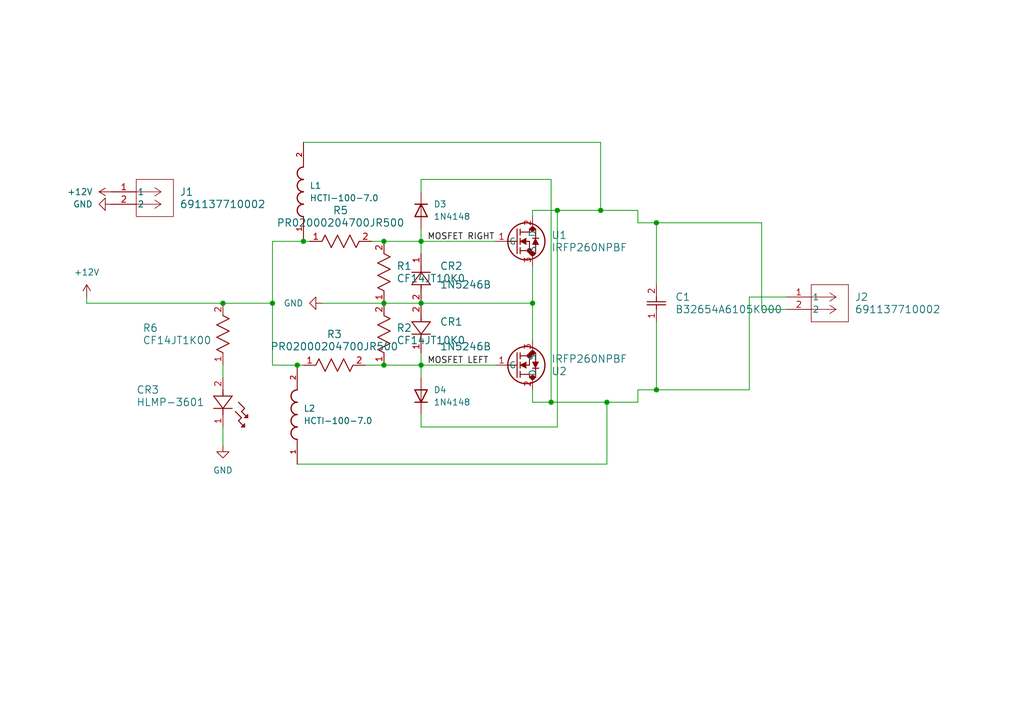
<source format=kicad_sch>
(kicad_sch (version 20230121) (generator eeschema)
  (paper "A5")
  (title_block (title "ZVS-Schematic") (comment 1 "A ZVS Driver - Schematic"))
  (lib_symbols
    (symbol "1N5246B:1N5246B" (pin_names (offset 0.254))
      (property "Reference" "CR" (at 5.08 4.445 0))
      (property "Value" "1N5246B" (at 5.08 -3.81 0))
      (symbol "1N5246B_1_1"
        (polyline (pts (xy 2.54 0) (xy 3.4798 0)) (stroke (width 0.2032)))
        (polyline (pts (xy 3.175 0) (xy 3.81 0)) (stroke (width 0.2032)))
        (polyline (pts (xy 3.81 -1.905) (xy 6.35 0)) (stroke (width 0.2032)))
        (polyline (pts (xy 3.81 1.905) (xy 3.81 -1.905)) (stroke (width 0.2032)))
        (polyline (pts (xy 6.35 -1.905) (xy 6.35 1.905)) (stroke (width 0.2032)))
        (polyline (pts (xy 6.35 0) (xy 3.81 1.905)) (stroke (width 0.2032)))
        (polyline (pts (xy 6.35 0) (xy 7.62 0)) (stroke (width 0.2032)))
        (pin unspecified line (at 10.16 0 180) (length 2.54) (name "") (number "1"))
        (pin unspecified line (at 0 0 0) (length 2.54) (name "") (number "2"))
      )
      (symbol "1N5246B_1_2"
        (polyline (pts (xy -1.905 3.81) (xy 1.905 3.81)) (stroke (width 0.2032)))
        (polyline (pts (xy 0 2.54) (xy 0 3.4798)) (stroke (width 0.2032)))
        (polyline (pts (xy 0 3.175) (xy 0 3.81)) (stroke (width 0.2032)))
        (polyline (pts (xy 0 6.35) (xy -1.905 3.81)) (stroke (width 0.2032)))
        (polyline (pts (xy 0 6.35) (xy 0 7.62)) (stroke (width 0.2032)))
        (polyline (pts (xy 1.905 3.81) (xy 0 6.35)) (stroke (width 0.2032)))
        (polyline (pts (xy 1.905 6.35) (xy -1.905 6.35)) (stroke (width 0.2032)))
        (pin unspecified line (at 0 10.16 270) (length 2.54) (name "") (number "1"))
        (pin unspecified line (at 0 0 90) (length 2.54) (name "") (number "2"))
      )
    )
    (symbol "691137710002:691137710002" (pin_names (offset 0.254))
      (property "Reference" "J" (at 8.89 6.35 0))
      (property "Value" "691137710002" (at 0 0 0))
      (symbol "691137710002_0_1"
        (polyline (pts (xy 5.08 -5.08) (xy 12.7 -5.08)) (stroke (width 0.127)))
        (polyline (pts (xy 5.08 2.54) (xy 5.08 -5.08)) (stroke (width 0.127)))
        (polyline (pts (xy 10.16 -2.54) (xy 5.08 -2.54)) (stroke (width 0.127)))
        (polyline (pts (xy 10.16 -2.54) (xy 8.89 -3.3867)) (stroke (width 0.127)))
        (polyline (pts (xy 10.16 -2.54) (xy 8.89 -1.6933)) (stroke (width 0.127)))
        (polyline (pts (xy 10.16 0) (xy 5.08 0)) (stroke (width 0.127)))
        (polyline (pts (xy 10.16 0) (xy 8.89 -0.8467)) (stroke (width 0.127)))
        (polyline (pts (xy 10.16 0) (xy 8.89 0.8467)) (stroke (width 0.127)))
        (polyline (pts (xy 12.7 -5.08) (xy 12.7 2.54)) (stroke (width 0.127)))
        (polyline (pts (xy 12.7 2.54) (xy 5.08 2.54)) (stroke (width 0.127)))
        (pin unspecified line (at 0 0 0) (length 5.08) (name "1") (number "1"))
        (pin unspecified line (at 0 -2.54 0) (length 5.08) (name "2") (number "2"))
      )
    )
    (symbol "B32654A6105K000:B32654A6105K000" (pin_names (offset 0.254))
      (property "Reference" "C" (at 3.81 3.81 0))
      (property "Value" "B32654A6105K000" (at 3.81 -3.81 0))
      (symbol "B32654A6105K000_1_1"
        (polyline (pts (xy 2.54 0) (xy 3.4798 0)) (stroke (width 0.2032)))
        (polyline (pts (xy 3.4798 -1.905) (xy 3.4798 1.905)) (stroke (width 0.2032)))
        (polyline (pts (xy 4.1148 -1.905) (xy 4.1148 1.905)) (stroke (width 0.2032)))
        (polyline (pts (xy 4.1148 0) (xy 5.08 0)) (stroke (width 0.2032)))
        (pin unspecified line (at 0 0 0) (length 2.54) (name "") (number "1"))
        (pin unspecified line (at 7.62 0 180) (length 2.54) (name "") (number "2"))
      )
      (symbol "B32654A6105K000_1_2"
        (polyline (pts (xy -1.905 -4.1148) (xy 1.905 -4.1148)) (stroke (width 0.2032)))
        (polyline (pts (xy -1.905 -3.4798) (xy 1.905 -3.4798)) (stroke (width 0.2032)))
        (polyline (pts (xy 0 -4.1148) (xy 0 -5.08)) (stroke (width 0.2032)))
        (polyline (pts (xy 0 -2.54) (xy 0 -3.4798)) (stroke (width 0.2032)))
        (pin unspecified line (at 0 0 270) (length 2.54) (name "") (number "1"))
        (pin unspecified line (at 0 -7.62 90) (length 2.54) (name "") (number "2"))
      )
    )
    (symbol "CF14JT10K0:CF14JT10K0" (pin_names (offset 0.254))
      (property "Reference" "R" (at 5.715 3.81 0))
      (property "Value" "CF14JT10K0" (at 6.35 -3.81 0))
      (symbol "CF14JT10K0_1_1"
        (polyline (pts (xy 2.54 0) (xy 3.175 1.27)) (stroke (width 0.2032)))
        (polyline (pts (xy 3.175 1.27) (xy 4.445 -1.27)) (stroke (width 0.2032)))
        (polyline (pts (xy 4.445 -1.27) (xy 5.715 1.27)) (stroke (width 0.2032)))
        (polyline (pts (xy 5.715 1.27) (xy 6.985 -1.27)) (stroke (width 0.2032)))
        (polyline (pts (xy 6.985 -1.27) (xy 8.255 1.27)) (stroke (width 0.2032)))
        (polyline (pts (xy 8.255 1.27) (xy 9.525 -1.27)) (stroke (width 0.2032)))
        (polyline (pts (xy 9.525 -1.27) (xy 10.16 0)) (stroke (width 0.2032)))
        (pin unspecified line (at 0 0 0) (length 2.54) (name "") (number "1"))
        (pin unspecified line (at 12.7 0 180) (length 2.54) (name "") (number "2"))
      )
      (symbol "CF14JT10K0_1_2"
        (polyline (pts (xy -1.27 3.175) (xy 1.27 4.445)) (stroke (width 0.2032)))
        (polyline (pts (xy -1.27 5.715) (xy 1.27 6.985)) (stroke (width 0.2032)))
        (polyline (pts (xy -1.27 8.255) (xy 1.27 9.525)) (stroke (width 0.2032)))
        (polyline (pts (xy 0 2.54) (xy -1.27 3.175)) (stroke (width 0.2032)))
        (polyline (pts (xy 1.27 4.445) (xy -1.27 5.715)) (stroke (width 0.2032)))
        (polyline (pts (xy 1.27 6.985) (xy -1.27 8.255)) (stroke (width 0.2032)))
        (polyline (pts (xy 1.27 9.525) (xy 0 10.16)) (stroke (width 0.2032)))
        (pin unspecified line (at 0 12.7 270) (length 2.54) (name "") (number "1"))
        (pin unspecified line (at 0 0 90) (length 2.54) (name "") (number "2"))
      )
    )
    (symbol "CF14JT1K00:CF14JT1K00" (pin_names (offset 0.254))
      (property "Reference" "R" (at 5.715 3.81 0))
      (property "Value" "CF14JT1K00" (at 6.35 -3.81 0))
      (symbol "CF14JT1K00_1_1"
        (polyline (pts (xy 2.54 0) (xy 3.175 1.27)) (stroke (width 0.2032)))
        (polyline (pts (xy 3.175 1.27) (xy 4.445 -1.27)) (stroke (width 0.2032)))
        (polyline (pts (xy 4.445 -1.27) (xy 5.715 1.27)) (stroke (width 0.2032)))
        (polyline (pts (xy 5.715 1.27) (xy 6.985 -1.27)) (stroke (width 0.2032)))
        (polyline (pts (xy 6.985 -1.27) (xy 8.255 1.27)) (stroke (width 0.2032)))
        (polyline (pts (xy 8.255 1.27) (xy 9.525 -1.27)) (stroke (width 0.2032)))
        (polyline (pts (xy 9.525 -1.27) (xy 10.16 0)) (stroke (width 0.2032)))
        (pin unspecified line (at 0 0 0) (length 2.54) (name "") (number "1"))
        (pin unspecified line (at 12.7 0 180) (length 2.54) (name "") (number "2"))
      )
      (symbol "CF14JT1K00_1_2"
        (polyline (pts (xy -1.27 3.175) (xy 1.27 4.445)) (stroke (width 0.2032)))
        (polyline (pts (xy -1.27 5.715) (xy 1.27 6.985)) (stroke (width 0.2032)))
        (polyline (pts (xy -1.27 8.255) (xy 1.27 9.525)) (stroke (width 0.2032)))
        (polyline (pts (xy 0 2.54) (xy -1.27 3.175)) (stroke (width 0.2032)))
        (polyline (pts (xy 1.27 4.445) (xy -1.27 5.715)) (stroke (width 0.2032)))
        (polyline (pts (xy 1.27 6.985) (xy -1.27 8.255)) (stroke (width 0.2032)))
        (polyline (pts (xy 1.27 9.525) (xy 0 10.16)) (stroke (width 0.2032)))
        (pin unspecified line (at 0 12.7 270) (length 2.54) (name "") (number "1"))
        (pin unspecified line (at 0 0 90) (length 2.54) (name "") (number "2"))
      )
    )
    (symbol "Diode:1N4148" (pin_numbers hide) (pin_names hide)
      (property "Reference" "D" (at 0 2.54 0))
      (property "Value" "1N4148" (at 0 -2.54 0))
      (symbol "1N4148_0_1"
        (polyline (pts (xy -1.27 1.27) (xy -1.27 -1.27)) (stroke (width 0.254)))
        (polyline (pts (xy 1.27 0) (xy -1.27 0)))
        (polyline (pts (xy 1.27 1.27) (xy 1.27 -1.27) (xy -1.27 0) (xy 1.27 1.27)) (stroke (width 0.254)))
      )
      (symbol "1N4148_1_1"
        (pin passive line (at -3.81 0 0) (length 2.54) (name "K") (number "1"))
        (pin passive line (at 3.81 0 180) (length 2.54) (name "A") (number "2"))
      )
    )
    (symbol "HCTI-100-7.0:HCTI-100-7.0" (pin_names (offset 1.016))
      (property "Reference" "L" (at -5.08 5.08 0))
      (property "Value" "HCTI-100-7.0" (at -5.08 2.54 0))
      (symbol "HCTI-100-7.0_0_0"
        (arc (start -2.54 0) (mid -3.81 1.2645) (end -5.08 0) (stroke (width 0.254)))
        (arc (start 0 0) (mid -1.27 1.2645) (end -2.54 0) (stroke (width 0.254)))
        (arc (start 2.54 0) (mid 1.27 1.2645) (end 0 0) (stroke (width 0.254)))
        (arc (start 5.08 0) (mid 3.81 1.2645) (end 2.54 0) (stroke (width 0.254)))
        (pin passive line (at -10.16 0 0) (length 5.08) (name "~") (number "1"))
        (pin passive line (at 10.16 0 180) (length 5.08) (name "~") (number "2"))
      )
    )
    (symbol "HLMP-3601:HLMP-3601" (pin_names (offset 0.254))
      (property "Reference" "CR" (at 5.08 -4.445 0))
      (property "Value" "HLMP-3601" (at 5.08 -7.62 0))
      (symbol "HLMP-3601_1_1"
        (polyline (pts (xy 2.54 0) (xy 3.4798 0)) (stroke (width 0.2032)))
        (polyline (pts (xy 3.175 0) (xy 3.81 0)) (stroke (width 0.2032)))
        (polyline (pts (xy 3.81 -1.905) (xy 6.35 0)) (stroke (width 0.2032)))
        (polyline (pts (xy 3.81 1.905) (xy 3.81 -1.905)) (stroke (width 0.2032)))
        (polyline (pts (xy 5.08 3.175) (xy 6.35 4.445)) (stroke (width 0.2032)))
        (polyline (pts (xy 6.35 -1.905) (xy 6.35 1.905)) (stroke (width 0.2032)))
        (polyline (pts (xy 6.35 0) (xy 3.81 1.905)) (stroke (width 0.2032)))
        (polyline (pts (xy 6.35 0) (xy 7.62 0)) (stroke (width 0.2032)))
        (polyline (pts (xy 6.35 4.445) (xy 6.985 3.81)) (stroke (width 0.2032)))
        (polyline (pts (xy 6.985 2.54) (xy 8.255 3.81)) (stroke (width 0.2032)))
        (polyline (pts (xy 6.985 3.81) (xy 8.255 5.08)) (stroke (width 0.2032)))
        (polyline (pts (xy 7.62 5.08) (xy 8.255 4.445)) (stroke (width 0.2032)))
        (polyline (pts (xy 8.255 3.81) (xy 8.89 3.175)) (stroke (width 0.2032)))
        (polyline (pts (xy 8.255 4.445) (xy 8.255 5.08)) (stroke (width 0.2032)))
        (polyline (pts (xy 8.255 5.08) (xy 7.62 5.08)) (stroke (width 0.2032)))
        (polyline (pts (xy 8.89 3.175) (xy 10.16 4.445)) (stroke (width 0.2032)))
        (polyline (pts (xy 9.525 4.445) (xy 10.16 3.81)) (stroke (width 0.2032)))
        (polyline (pts (xy 10.16 3.81) (xy 10.16 4.445)) (stroke (width 0.2032)))
        (polyline (pts (xy 10.16 4.445) (xy 9.525 4.445)) (stroke (width 0.2032)))
        (pin unspecified line (at 10.16 0 180) (length 2.54) (name "") (number "1"))
        (pin unspecified line (at 0 0 0) (length 2.54) (name "") (number "2"))
      )
      (symbol "HLMP-3601_1_2"
        (polyline (pts (xy -5.08 7.62) (xy -4.445 8.255)) (stroke (width 0.2032)))
        (polyline (pts (xy -5.08 8.255) (xy -5.08 7.62)) (stroke (width 0.2032)))
        (polyline (pts (xy -4.445 6.35) (xy -3.81 6.985)) (stroke (width 0.2032)))
        (polyline (pts (xy -4.445 8.255) (xy -5.08 8.255)) (stroke (width 0.2032)))
        (polyline (pts (xy -4.445 9.525) (xy -3.81 10.16)) (stroke (width 0.2032)))
        (polyline (pts (xy -4.445 10.16) (xy -4.445 9.525)) (stroke (width 0.2032)))
        (polyline (pts (xy -3.81 6.985) (xy -5.08 8.255)) (stroke (width 0.2032)))
        (polyline (pts (xy -3.81 8.255) (xy -3.175 8.89)) (stroke (width 0.2032)))
        (polyline (pts (xy -3.81 10.16) (xy -4.445 10.16)) (stroke (width 0.2032)))
        (polyline (pts (xy -3.175 5.08) (xy -4.445 6.35)) (stroke (width 0.2032)))
        (polyline (pts (xy -3.175 8.89) (xy -4.445 10.16)) (stroke (width 0.2032)))
        (polyline (pts (xy -2.54 6.985) (xy -3.81 8.255)) (stroke (width 0.2032)))
        (polyline (pts (xy -1.905 3.81) (xy 1.905 3.81)) (stroke (width 0.2032)))
        (polyline (pts (xy 0 2.54) (xy 0 3.4798)) (stroke (width 0.2032)))
        (polyline (pts (xy 0 3.175) (xy 0 3.81)) (stroke (width 0.2032)))
        (polyline (pts (xy 0 6.35) (xy -1.905 3.81)) (stroke (width 0.2032)))
        (polyline (pts (xy 0 6.35) (xy 0 7.62)) (stroke (width 0.2032)))
        (polyline (pts (xy 1.905 3.81) (xy 0 6.35)) (stroke (width 0.2032)))
        (polyline (pts (xy 1.905 6.35) (xy -1.905 6.35)) (stroke (width 0.2032)))
        (pin unspecified line (at 0 10.16 270) (length 2.54) (name "") (number "1"))
        (pin unspecified line (at 0 0 90) (length 2.54) (name "") (number "2"))
      )
    )
    (symbol "IRFP260NPBF:IRFP260NPBF" (pin_names (offset 0.254))
      (property "Reference" "U" (at 11.43 1.905 0))
      (property "Value" "IRFP260NPBF" (at 11.43 -2.54 0))
      (symbol "IRFP260NPBF_0_1"
        (polyline (pts (xy 2.54 0) (xy 4.445 0)) (stroke (width 0.2032)))
        (polyline (pts (xy 4.445 -2.54) (xy 4.445 2.54)) (stroke (width 0.2032)))
        (polyline (pts (xy 5.08 -2.54) (xy 5.08 -1.27)) (stroke (width 0.2032)))
        (polyline (pts (xy 5.08 -1.905) (xy 6.985 -1.905)) (stroke (width 0.2032)))
        (polyline (pts (xy 5.08 -0.635) (xy 5.08 0.635)) (stroke (width 0.2032)))
        (polyline (pts (xy 5.08 1.27) (xy 5.08 2.54)) (stroke (width 0.2032)))
        (polyline (pts (xy 5.08 1.905) (xy 6.985 1.905)) (stroke (width 0.2032)))
        (polyline (pts (xy 6.35 0) (xy 6.985 0)) (stroke (width 0.2032)))
        (polyline (pts (xy 6.985 -2.54) (xy 6.985 0)) (stroke (width 0.2032)))
        (polyline (pts (xy 6.985 -2.54) (xy 8.255 -2.54)) (stroke (width 0.2032)))
        (polyline (pts (xy 6.985 1.905) (xy 6.985 2.54)) (stroke (width 0.2032)))
        (polyline (pts (xy 6.985 2.54) (xy 8.255 2.54)) (stroke (width 0.2032)))
        (polyline (pts (xy 8.255 -2.54) (xy 8.255 -0.635)) (stroke (width 0.2032)))
        (polyline (pts (xy 8.255 0.635) (xy 8.255 2.54)) (stroke (width 0.2032)))
        (polyline (pts (xy 8.89 0.635) (xy 7.62 0.635)) (stroke (width 0.2032)))
        (polyline (pts (xy 6.35 0.635) (xy 5.08 0) (xy 6.35 -0.635)) (fill (type outline)))
        (polyline (pts (xy 8.89 -0.635) (xy 7.62 -0.635) (xy 8.255 0.635)) (fill (type outline)))
        (circle (center 6.35 0) (radius 3.81) (stroke (width 0.254)))
        (circle (center 6.985 -1.905) (radius 0.0254) (stroke (width 0.508)))
        (circle (center 7.62 -2.54) (radius 0.0254) (stroke (width 0.508)))
        (circle (center 7.62 2.54) (radius 0.0254) (stroke (width 0.508)))
        (pin unspecified line (at 0 0 0) (length 2.54) (name "G") (number "1"))
        (pin unspecified line (at 7.62 5.08 270) (length 2.54) (name "D") (number "2"))
        (pin unspecified line (at 7.62 -5.08 90) (length 2.54) (name "S") (number "3"))
      )
    )
    (symbol "PR02000204700JR500:PR02000204700JR500" (pin_names (offset 0.254))
      (property "Reference" "R" (at 5.715 3.81 0))
      (property "Value" "PR02000204700JR500" (at 6.35 -3.81 0))
      (symbol "PR02000204700JR500_1_1"
        (polyline (pts (xy 2.54 0) (xy 3.175 1.27)) (stroke (width 0.2032)))
        (polyline (pts (xy 3.175 1.27) (xy 4.445 -1.27)) (stroke (width 0.2032)))
        (polyline (pts (xy 4.445 -1.27) (xy 5.715 1.27)) (stroke (width 0.2032)))
        (polyline (pts (xy 5.715 1.27) (xy 6.985 -1.27)) (stroke (width 0.2032)))
        (polyline (pts (xy 6.985 -1.27) (xy 8.255 1.27)) (stroke (width 0.2032)))
        (polyline (pts (xy 8.255 1.27) (xy 9.525 -1.27)) (stroke (width 0.2032)))
        (polyline (pts (xy 9.525 -1.27) (xy 10.16 0)) (stroke (width 0.2032)))
        (pin unspecified line (at 0 0 0) (length 2.54) (name "") (number "1"))
        (pin unspecified line (at 12.7 0 180) (length 2.54) (name "") (number "2"))
      )
      (symbol "PR02000204700JR500_1_2"
        (polyline (pts (xy -1.27 3.175) (xy 1.27 4.445)) (stroke (width 0.2032)))
        (polyline (pts (xy -1.27 5.715) (xy 1.27 6.985)) (stroke (width 0.2032)))
        (polyline (pts (xy -1.27 8.255) (xy 1.27 9.525)) (stroke (width 0.2032)))
        (polyline (pts (xy 0 2.54) (xy -1.27 3.175)) (stroke (width 0.2032)))
        (polyline (pts (xy 1.27 4.445) (xy -1.27 5.715)) (stroke (width 0.2032)))
        (polyline (pts (xy 1.27 6.985) (xy -1.27 8.255)) (stroke (width 0.2032)))
        (polyline (pts (xy 1.27 9.525) (xy 0 10.16)) (stroke (width 0.2032)))
        (pin unspecified line (at 0 12.7 270) (length 2.54) (name "") (number "1"))
        (pin unspecified line (at 0 0 90) (length 2.54) (name "") (number "2"))
      )
    )
    (symbol "power:+12V" (power) (pin_names (offset 0))
      (property "Value" "+12V" (at 0 3.556 0))
      (symbol "+12V_0_1"
        (polyline (pts (xy -0.762 1.27) (xy 0 2.54)))
        (polyline (pts (xy 0 0) (xy 0 2.54)))
        (polyline (pts (xy 0 2.54) (xy 0.762 1.27)))
      )
      (symbol "+12V_1_1"
        (pin power_in line (at 0 0 90) (length 0) hide (name "+12V") (number "1"))
      )
    )
    (symbol "power:GND" (power) (pin_names (offset 0))
      (property "Value" "GND" (at 0 -3.81 0))
      (symbol "GND_0_1"
        (polyline (pts (xy 0 0) (xy 0 -1.27) (xy 1.27 -1.27) (xy 0 -2.54) (xy -1.27 -1.27) (xy 0 -1.27)))
      )
      (symbol "GND_1_1"
        (pin power_in line (at 0 0 270) (length 0) hide (name "GND") (number "1"))
      )
    )
  )
  (junction (at 134.62 80.01))
  (junction (at 113.03 82.55))
  (junction (at 134.62 45.72))
  (junction (at 123.19 43.18))
  (junction (at 45.72 62.23))
  (junction (at 78.74 62.23))
  (junction (at 78.74 74.93))
  (junction (at 62.23 49.53))
  (junction (at 86.36 62.23))
  (junction (at 86.36 74.93))
  (junction (at 124.46 82.55))
  (junction (at 114.3 43.18))
  (junction (at 86.36 49.53))
  (junction (at 60.96 74.93))
  (junction (at 109.22 62.23))
  (junction (at 78.74 49.53))
  (junction (at 55.88 62.23))
  (wire (pts (xy 109.22 44.45) (xy 109.22 43.18)))
  (wire (pts (xy 109.22 69.85) (xy 109.22 62.23)))
  (wire (pts (xy 86.36 49.53) (xy 86.36 52.07)))
  (wire (pts (xy 153.67 60.96) (xy 161.29 60.96)))
  (wire (pts (xy 113.03 36.83) (xy 113.03 82.55)))
  (wire (pts (xy 55.88 49.53) (xy 55.88 62.23)))
  (wire (pts (xy 124.46 82.55) (xy 124.46 95.25)))
  (wire (pts (xy 113.03 82.55) (xy 124.46 82.55)))
  (wire (pts (xy 17.78 62.23) (xy 17.78 60.96)))
  (wire (pts (xy 156.21 63.5) (xy 161.29 63.5)))
  (wire (pts (xy 45.72 77.47) (xy 45.72 74.93)))
  (wire (pts (xy 123.19 29.21) (xy 123.19 43.18)))
  (wire (pts (xy 86.36 87.63) (xy 114.3 87.63)))
  (wire (pts (xy 86.36 49.53) (xy 101.6 49.53)))
  (wire (pts (xy 134.62 66.04) (xy 134.62 80.01)))
  (wire (pts (xy 123.19 43.18) (xy 130.81 43.18)))
  (wire (pts (xy 134.62 45.72) (xy 134.62 58.42)))
  (wire (pts (xy 114.3 43.18) (xy 123.19 43.18)))
  (wire (pts (xy 130.81 80.01) (xy 134.62 80.01)))
  (wire (pts (xy 86.36 39.37) (xy 86.36 36.83)))
  (wire (pts (xy 86.36 85.09) (xy 86.36 87.63)))
  (wire (pts (xy 109.22 43.18) (xy 114.3 43.18)))
  (wire (pts (xy 86.36 36.83) (xy 113.03 36.83)))
  (wire (pts (xy 76.2 49.53) (xy 78.74 49.53)))
  (wire (pts (xy 86.36 46.99) (xy 86.36 49.53)))
  (wire (pts (xy 60.96 74.93) (xy 62.23 74.93)))
  (wire (pts (xy 45.72 87.63) (xy 45.72 91.44)))
  (wire (pts (xy 130.81 82.55) (xy 130.81 80.01)))
  (wire (pts (xy 62.23 49.53) (xy 63.5 49.53)))
  (wire (pts (xy 66.04 62.23) (xy 78.74 62.23)))
  (wire (pts (xy 114.3 87.63) (xy 114.3 43.18)))
  (wire (pts (xy 78.74 62.23) (xy 86.36 62.23)))
  (wire (pts (xy 78.74 74.93) (xy 86.36 74.93)))
  (wire (pts (xy 134.62 45.72) (xy 156.21 45.72)))
  (wire (pts (xy 156.21 45.72) (xy 156.21 63.5)))
  (wire (pts (xy 134.62 80.01) (xy 153.67 80.01)))
  (wire (pts (xy 86.36 74.93) (xy 101.6 74.93)))
  (wire (pts (xy 130.81 43.18) (xy 130.81 45.72)))
  (wire (pts (xy 45.72 62.23) (xy 55.88 62.23)))
  (wire (pts (xy 62.23 29.21) (xy 123.19 29.21)))
  (wire (pts (xy 17.78 62.23) (xy 45.72 62.23)))
  (wire (pts (xy 109.22 54.61) (xy 109.22 62.23)))
  (wire (pts (xy 86.36 77.47) (xy 86.36 74.93)))
  (wire (pts (xy 74.93 74.93) (xy 78.74 74.93)))
  (wire (pts (xy 55.88 74.93) (xy 60.96 74.93)))
  (wire (pts (xy 78.74 49.53) (xy 86.36 49.53)))
  (wire (pts (xy 55.88 62.23) (xy 55.88 74.93)))
  (wire (pts (xy 62.23 49.53) (xy 55.88 49.53)))
  (wire (pts (xy 130.81 45.72) (xy 134.62 45.72)))
  (wire (pts (xy 86.36 74.93) (xy 86.36 72.39)))
  (wire (pts (xy 86.36 62.23) (xy 109.22 62.23)))
  (wire (pts (xy 109.22 80.01) (xy 109.22 82.55)))
  (wire (pts (xy 60.96 95.25) (xy 124.46 95.25)))
  (wire (pts (xy 109.22 82.55) (xy 113.03 82.55)))
  (wire (pts (xy 153.67 80.01) (xy 153.67 60.96)))
  (wire (pts (xy 124.46 82.55) (xy 130.81 82.55)))
  (label "MOSFET LEFT" (at 87.63 74.93 0))
  (label "MOSFET RIGHT" (at 87.63 49.53 0))
  (symbol (lib_id "CF14JT10K0:CF14JT10K0") (at 78.74 74.93 90) (unit 1)
    (property "Reference" "R2" (at 81.28 67.31 90) (effects (font (size 1.524 1.524)) (justify right)))
    (property "Value" "CF14JT10K0" (at 81.28 69.85 90) (effects (font (size 1.524 1.524)) (justify right)))
    (property "Footprint" "STA_CF14_STP" (effects hide))
    (property "Datasheet" "CF14JT10K0" (effects hide))
  )
  (symbol (lib_id "691137710002:691137710002") (at 22.86 39.37 0) (unit 1)
    (property "Reference" "J1" (at 36.83 39.37 0) (effects (font (size 1.524 1.524)) (justify left)))
    (property "Value" "691137710002" (at 36.83 41.91 0) (effects (font (size 1.524 1.524)) (justify left)))
    (property "Footprint" "CONN2_710002_WRE" (effects hide))
    (property "Datasheet" "691137710002" (effects hide))
  )
  (symbol (lib_id "CF14JT10K0:CF14JT10K0") (at 78.74 62.23 90) (unit 1)
    (property "Reference" "R1" (at 81.28 54.61 90) (effects (font (size 1.524 1.524)) (justify right)))
    (property "Value" "CF14JT10K0" (at 81.28 57.15 90) (effects (font (size 1.524 1.524)) (justify right)))
    (property "Footprint" "STA_CF14_STP" (effects hide))
    (property "Datasheet" "CF14JT10K0" (effects hide))
  )
  (symbol (lib_id "Diode:1N4148") (at 86.36 81.28 90) (unit 1)
    (property "Reference" "D4" (at 88.9 80.01 90) (effects (justify right)))
    (property "Value" "1N4148" (at 88.9 82.55 90) (effects (justify right)))
    (property "Footprint" "Diode_THT:D_DO-35_SOD27_P7.62mm_Horizontal" (effects hide))
    (property "Datasheet" "https://assets.nexperia.com/documents/data-sheet/1N4148_1N4448.pdf" (effects hide))
    (property "Sim.Device" "D" (effects hide))
    (property "Sim.Pins" "1=K 2=A" (effects hide))
  )
  (symbol (lib_id "PR02000204700JR500:PR02000204700JR500") (at 63.5 49.53 0) (unit 1)
    (property "Reference" "R5" (at 69.85 43.18 0) (effects (font (size 1.524 1.524))))
    (property "Value" "PR02000204700JR500" (at 69.85 45.72 0) (effects (font (size 1.524 1.524))))
    (property "Footprint" "PR02_VIS" (effects hide))
    (property "Datasheet" "PR02000204700JR500" (effects hide))
  )
  (symbol (lib_id "PR02000204700JR500:PR02000204700JR500") (at 62.23 74.93 0) (unit 1)
    (property "Reference" "R3" (at 68.58 68.58 0) (effects (font (size 1.524 1.524))))
    (property "Value" "PR02000204700JR500" (at 68.58 71.12 0) (effects (font (size 1.524 1.524))))
    (property "Footprint" "PR02_VIS" (effects hide))
    (property "Datasheet" "PR02000204700JR500" (effects hide))
  )
  (symbol (lib_id "power:+12V") (at 22.86 39.37 90) (unit 1)
    (property "Reference" "#PWR05" (effects hide))
    (property "Value" "+12V" (at 19.05 39.37 90) (effects (justify left)))
  )
  (symbol (lib_id "HLMP-3601:HLMP-3601") (at 45.72 77.47 270) (unit 1)
    (property "Reference" "CR3" (at 27.94 80.01 90) (effects (font (size 1.524 1.524)) (justify left)))
    (property "Value" "HLMP-3601" (at 27.94 82.55 90) (effects (font (size 1.524 1.524)) (justify left)))
    (property "Footprint" "HLMP-3601:HMLP_1&slash_3_AVA" (effects hide))
    (property "Datasheet" "HLMP-3601" (effects hide))
  )
  (symbol (lib_id "HCTI-100-7.0:HCTI-100-7.0") (at 62.23 39.37 90) (unit 1)
    (property "Reference" "L1" (at 63.5 38.1 90) (effects (justify right)))
    (property "Value" "HCTI-100-7.0" (at 63.5 40.64 90) (effects (justify right)))
    (property "Footprint" "HCTI-100-7.0:IND_HCTI-68-7.7" (effects hide))
    (property "PARTREV" "N/A" (effects hide))
    (property "MANUFACTURER" "BELFUSE" (effects hide))
    (property "MAXIMUM_PACKAGE_HEIGHT" "32.51mm" (effects hide))
    (property "STANDARD" "Manufacturer Recommendations" (effects hide))
  )
  (symbol (lib_id "IRFP260NPBF:IRFP260NPBF") (at 101.6 49.53 0) (unit 1)
    (property "Reference" "U1" (at 113.03 48.26 0) (effects (font (size 1.524 1.524)) (justify left)))
    (property "Value" "IRFP260NPBF" (at 113.03 50.8 0) (effects (font (size 1.524 1.524)) (justify left)))
    (property "Footprint" "PG-TO247-3-46_INF" (effects hide))
    (property "Datasheet" "IRFP260NPBF" (effects hide))
  )
  (symbol (lib_id "691137710002:691137710002") (at 161.29 60.96 0) (unit 1)
    (property "Reference" "J2" (at 175.26 60.96 0) (effects (font (size 1.524 1.524)) (justify left)))
    (property "Value" "691137710002" (at 175.26 63.5 0) (effects (font (size 1.524 1.524)) (justify left)))
    (property "Footprint" "CONN2_710002_WRE" (effects hide))
    (property "Datasheet" "691137710002" (effects hide))
  )
  (symbol (lib_id "IRFP260NPBF:IRFP260NPBF") (at 101.6 74.93 0) (mirror x) (unit 1)
    (property "Reference" "U2" (at 113.03 76.2 0) (effects (font (size 1.524 1.524)) (justify left)))
    (property "Value" "IRFP260NPBF" (at 113.03 73.66 0) (effects (font (size 1.524 1.524)) (justify left)))
    (property "Footprint" "PG-TO247-3-46_INF" (effects hide))
    (property "Datasheet" "IRFP260NPBF" (effects hide))
  )
  (symbol (lib_id "1N5246B:1N5246B") (at 86.36 62.23 270) (unit 1)
    (property "Reference" "CR1" (at 90.17 66.04 90) (effects (font (size 1.524 1.524)) (justify left)))
    (property "Value" "1N5246B" (at 90.17 71.12 90) (effects (font (size 1.524 1.524)) (justify left)))
    (property "Footprint" "AFL-W2C8.9D" (effects hide))
    (property "Datasheet" "1N5246B" (effects hide))
  )
  (symbol (lib_id "power:GND") (at 22.86 41.91 270) (unit 1)
    (property "Reference" "#PWR04" (effects hide))
    (property "Value" "GND" (at 19.05 41.91 90) (effects (justify right)))
  )
  (symbol (lib_id "Diode:1N4148") (at 86.36 43.18 270) (unit 1)
    (property "Reference" "D3" (at 88.9 41.91 90) (effects (justify left)))
    (property "Value" "1N4148" (at 88.9 44.45 90) (effects (justify left)))
    (property "Footprint" "Diode_THT:D_DO-35_SOD27_P7.62mm_Horizontal" (effects hide))
    (property "Datasheet" "https://assets.nexperia.com/documents/data-sheet/1N4148_1N4448.pdf" (effects hide))
    (property "Sim.Device" "D" (effects hide))
    (property "Sim.Pins" "1=K 2=A" (effects hide))
  )
  (symbol (lib_id "power:GND") (at 45.72 91.44 0) (unit 1)
    (property "Reference" "#PWR03" (effects hide))
    (property "Value" "GND" (at 45.72 96.52 0))
  )
  (symbol (lib_id "power:GND") (at 66.04 62.23 270) (unit 1)
    (property "Reference" "#PWR02" (effects hide))
    (property "Value" "GND" (at 62.23 62.23 90) (effects (justify right)))
  )
  (symbol (lib_id "1N5246B:1N5246B") (at 86.36 62.23 90) (unit 1)
    (property "Reference" "CR2" (at 90.17 54.61 90) (effects (font (size 1.524 1.524)) (justify right)))
    (property "Value" "1N5246B" (at 90.17 58.42 90) (effects (font (size 1.524 1.524)) (justify right)))
    (property "Footprint" "AFL-W2C8.9D" (effects hide))
    (property "Datasheet" "1N5246B" (effects hide))
  )
  (symbol (lib_id "power:+12V") (at 17.78 60.96 0) (unit 1)
    (property "Reference" "#PWR01" (effects hide))
    (property "Value" "+12V" (at 17.78 55.88 0))
  )
  (symbol (lib_id "B32654A6105K000:B32654A6105K000") (at 134.62 66.04 90) (unit 1)
    (property "Reference" "C1" (at 138.43 60.96 90) (effects (font (size 1.524 1.524)) (justify right)))
    (property "Value" "B32654A6105K000" (at 138.43 63.5 90) (effects (font (size 1.524 1.524)) (justify right)))
    (property "Footprint" "CAP_B32654A-27.5-13.5x23x31.5_TDK" (effects hide))
    (property "Datasheet" "B32654A6105K000" (effects hide))
  )
  (symbol (lib_id "CF14JT1K00:CF14JT1K00") (at 45.72 74.93 90) (unit 1)
    (property "Reference" "R6" (at 29.21 67.31 90) (effects (font (size 1.524 1.524)) (justify right)))
    (property "Value" "CF14JT1K00" (at 29.21 69.85 90) (effects (font (size 1.524 1.524)) (justify right)))
    (property "Footprint" "CF14JT1K00:STA_CF14_STP" (effects hide))
    (property "Datasheet" "CF14JT1K00" (effects hide))
  )
  (symbol (lib_id "HCTI-100-7.0:HCTI-100-7.0") (at 60.96 85.09 90) (unit 1)
    (property "Reference" "L2" (at 62.23 83.82 90) (effects (justify right)))
    (property "Value" "HCTI-100-7.0" (at 62.23 86.36 90) (effects (justify right)))
    (property "Footprint" "HCTI-100-7.0:IND_HCTI-68-7.7" (effects hide))
    (property "PARTREV" "N/A" (effects hide))
    (property "MANUFACTURER" "BELFUSE" (effects hide))
    (property "MAXIMUM_PACKAGE_HEIGHT" "32.51mm" (effects hide))
    (property "STANDARD" "Manufacturer Recommendations" (effects hide))
  )
)
</source>
